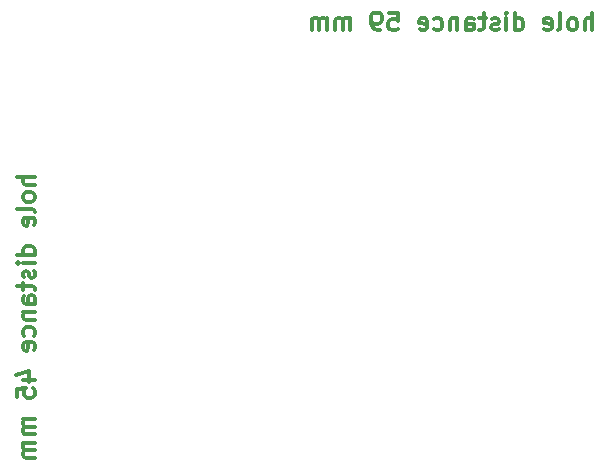
<source format=gbr>
G04 #@! TF.FileFunction,Legend,Bot*
%FSLAX46Y46*%
G04 Gerber Fmt 4.6, Leading zero omitted, Abs format (unit mm)*
G04 Created by KiCad (PCBNEW 4.0.6+dfsg1-1) date Mon Nov 13 19:33:16 2017*
%MOMM*%
%LPD*%
G01*
G04 APERTURE LIST*
%ADD10C,0.100000*%
%ADD11C,0.300000*%
G04 APERTURE END LIST*
D10*
D11*
X148317856Y-73503571D02*
X148317856Y-72003571D01*
X147674999Y-73503571D02*
X147674999Y-72717857D01*
X147746428Y-72575000D01*
X147889285Y-72503571D01*
X148103570Y-72503571D01*
X148246428Y-72575000D01*
X148317856Y-72646429D01*
X146746427Y-73503571D02*
X146889285Y-73432143D01*
X146960713Y-73360714D01*
X147032142Y-73217857D01*
X147032142Y-72789286D01*
X146960713Y-72646429D01*
X146889285Y-72575000D01*
X146746427Y-72503571D01*
X146532142Y-72503571D01*
X146389285Y-72575000D01*
X146317856Y-72646429D01*
X146246427Y-72789286D01*
X146246427Y-73217857D01*
X146317856Y-73360714D01*
X146389285Y-73432143D01*
X146532142Y-73503571D01*
X146746427Y-73503571D01*
X145389284Y-73503571D02*
X145532142Y-73432143D01*
X145603570Y-73289286D01*
X145603570Y-72003571D01*
X144246428Y-73432143D02*
X144389285Y-73503571D01*
X144674999Y-73503571D01*
X144817856Y-73432143D01*
X144889285Y-73289286D01*
X144889285Y-72717857D01*
X144817856Y-72575000D01*
X144674999Y-72503571D01*
X144389285Y-72503571D01*
X144246428Y-72575000D01*
X144174999Y-72717857D01*
X144174999Y-72860714D01*
X144889285Y-73003571D01*
X141746428Y-73503571D02*
X141746428Y-72003571D01*
X141746428Y-73432143D02*
X141889285Y-73503571D01*
X142174999Y-73503571D01*
X142317857Y-73432143D01*
X142389285Y-73360714D01*
X142460714Y-73217857D01*
X142460714Y-72789286D01*
X142389285Y-72646429D01*
X142317857Y-72575000D01*
X142174999Y-72503571D01*
X141889285Y-72503571D01*
X141746428Y-72575000D01*
X141032142Y-73503571D02*
X141032142Y-72503571D01*
X141032142Y-72003571D02*
X141103571Y-72075000D01*
X141032142Y-72146429D01*
X140960714Y-72075000D01*
X141032142Y-72003571D01*
X141032142Y-72146429D01*
X140389285Y-73432143D02*
X140246428Y-73503571D01*
X139960713Y-73503571D01*
X139817856Y-73432143D01*
X139746428Y-73289286D01*
X139746428Y-73217857D01*
X139817856Y-73075000D01*
X139960713Y-73003571D01*
X140174999Y-73003571D01*
X140317856Y-72932143D01*
X140389285Y-72789286D01*
X140389285Y-72717857D01*
X140317856Y-72575000D01*
X140174999Y-72503571D01*
X139960713Y-72503571D01*
X139817856Y-72575000D01*
X139317856Y-72503571D02*
X138746427Y-72503571D01*
X139103570Y-72003571D02*
X139103570Y-73289286D01*
X139032142Y-73432143D01*
X138889284Y-73503571D01*
X138746427Y-73503571D01*
X137603570Y-73503571D02*
X137603570Y-72717857D01*
X137674999Y-72575000D01*
X137817856Y-72503571D01*
X138103570Y-72503571D01*
X138246427Y-72575000D01*
X137603570Y-73432143D02*
X137746427Y-73503571D01*
X138103570Y-73503571D01*
X138246427Y-73432143D01*
X138317856Y-73289286D01*
X138317856Y-73146429D01*
X138246427Y-73003571D01*
X138103570Y-72932143D01*
X137746427Y-72932143D01*
X137603570Y-72860714D01*
X136889284Y-72503571D02*
X136889284Y-73503571D01*
X136889284Y-72646429D02*
X136817856Y-72575000D01*
X136674998Y-72503571D01*
X136460713Y-72503571D01*
X136317856Y-72575000D01*
X136246427Y-72717857D01*
X136246427Y-73503571D01*
X134889284Y-73432143D02*
X135032141Y-73503571D01*
X135317855Y-73503571D01*
X135460713Y-73432143D01*
X135532141Y-73360714D01*
X135603570Y-73217857D01*
X135603570Y-72789286D01*
X135532141Y-72646429D01*
X135460713Y-72575000D01*
X135317855Y-72503571D01*
X135032141Y-72503571D01*
X134889284Y-72575000D01*
X133674999Y-73432143D02*
X133817856Y-73503571D01*
X134103570Y-73503571D01*
X134246427Y-73432143D01*
X134317856Y-73289286D01*
X134317856Y-72717857D01*
X134246427Y-72575000D01*
X134103570Y-72503571D01*
X133817856Y-72503571D01*
X133674999Y-72575000D01*
X133603570Y-72717857D01*
X133603570Y-72860714D01*
X134317856Y-73003571D01*
X131103570Y-72003571D02*
X131817856Y-72003571D01*
X131889285Y-72717857D01*
X131817856Y-72646429D01*
X131674999Y-72575000D01*
X131317856Y-72575000D01*
X131174999Y-72646429D01*
X131103570Y-72717857D01*
X131032142Y-72860714D01*
X131032142Y-73217857D01*
X131103570Y-73360714D01*
X131174999Y-73432143D01*
X131317856Y-73503571D01*
X131674999Y-73503571D01*
X131817856Y-73432143D01*
X131889285Y-73360714D01*
X130317857Y-73503571D02*
X130032142Y-73503571D01*
X129889285Y-73432143D01*
X129817857Y-73360714D01*
X129674999Y-73146429D01*
X129603571Y-72860714D01*
X129603571Y-72289286D01*
X129674999Y-72146429D01*
X129746428Y-72075000D01*
X129889285Y-72003571D01*
X130174999Y-72003571D01*
X130317857Y-72075000D01*
X130389285Y-72146429D01*
X130460714Y-72289286D01*
X130460714Y-72646429D01*
X130389285Y-72789286D01*
X130317857Y-72860714D01*
X130174999Y-72932143D01*
X129889285Y-72932143D01*
X129746428Y-72860714D01*
X129674999Y-72789286D01*
X129603571Y-72646429D01*
X127817857Y-73503571D02*
X127817857Y-72503571D01*
X127817857Y-72646429D02*
X127746429Y-72575000D01*
X127603571Y-72503571D01*
X127389286Y-72503571D01*
X127246429Y-72575000D01*
X127175000Y-72717857D01*
X127175000Y-73503571D01*
X127175000Y-72717857D02*
X127103571Y-72575000D01*
X126960714Y-72503571D01*
X126746429Y-72503571D01*
X126603571Y-72575000D01*
X126532143Y-72717857D01*
X126532143Y-73503571D01*
X125817857Y-73503571D02*
X125817857Y-72503571D01*
X125817857Y-72646429D02*
X125746429Y-72575000D01*
X125603571Y-72503571D01*
X125389286Y-72503571D01*
X125246429Y-72575000D01*
X125175000Y-72717857D01*
X125175000Y-73503571D01*
X125175000Y-72717857D02*
X125103571Y-72575000D01*
X124960714Y-72503571D01*
X124746429Y-72503571D01*
X124603571Y-72575000D01*
X124532143Y-72717857D01*
X124532143Y-73503571D01*
X101103571Y-85932144D02*
X99603571Y-85932144D01*
X101103571Y-86575001D02*
X100317857Y-86575001D01*
X100175000Y-86503572D01*
X100103571Y-86360715D01*
X100103571Y-86146430D01*
X100175000Y-86003572D01*
X100246429Y-85932144D01*
X101103571Y-87503573D02*
X101032143Y-87360715D01*
X100960714Y-87289287D01*
X100817857Y-87217858D01*
X100389286Y-87217858D01*
X100246429Y-87289287D01*
X100175000Y-87360715D01*
X100103571Y-87503573D01*
X100103571Y-87717858D01*
X100175000Y-87860715D01*
X100246429Y-87932144D01*
X100389286Y-88003573D01*
X100817857Y-88003573D01*
X100960714Y-87932144D01*
X101032143Y-87860715D01*
X101103571Y-87717858D01*
X101103571Y-87503573D01*
X101103571Y-88860716D02*
X101032143Y-88717858D01*
X100889286Y-88646430D01*
X99603571Y-88646430D01*
X101032143Y-90003572D02*
X101103571Y-89860715D01*
X101103571Y-89575001D01*
X101032143Y-89432144D01*
X100889286Y-89360715D01*
X100317857Y-89360715D01*
X100175000Y-89432144D01*
X100103571Y-89575001D01*
X100103571Y-89860715D01*
X100175000Y-90003572D01*
X100317857Y-90075001D01*
X100460714Y-90075001D01*
X100603571Y-89360715D01*
X101103571Y-92503572D02*
X99603571Y-92503572D01*
X101032143Y-92503572D02*
X101103571Y-92360715D01*
X101103571Y-92075001D01*
X101032143Y-91932143D01*
X100960714Y-91860715D01*
X100817857Y-91789286D01*
X100389286Y-91789286D01*
X100246429Y-91860715D01*
X100175000Y-91932143D01*
X100103571Y-92075001D01*
X100103571Y-92360715D01*
X100175000Y-92503572D01*
X101103571Y-93217858D02*
X100103571Y-93217858D01*
X99603571Y-93217858D02*
X99675000Y-93146429D01*
X99746429Y-93217858D01*
X99675000Y-93289286D01*
X99603571Y-93217858D01*
X99746429Y-93217858D01*
X101032143Y-93860715D02*
X101103571Y-94003572D01*
X101103571Y-94289287D01*
X101032143Y-94432144D01*
X100889286Y-94503572D01*
X100817857Y-94503572D01*
X100675000Y-94432144D01*
X100603571Y-94289287D01*
X100603571Y-94075001D01*
X100532143Y-93932144D01*
X100389286Y-93860715D01*
X100317857Y-93860715D01*
X100175000Y-93932144D01*
X100103571Y-94075001D01*
X100103571Y-94289287D01*
X100175000Y-94432144D01*
X100103571Y-94932144D02*
X100103571Y-95503573D01*
X99603571Y-95146430D02*
X100889286Y-95146430D01*
X101032143Y-95217858D01*
X101103571Y-95360716D01*
X101103571Y-95503573D01*
X101103571Y-96646430D02*
X100317857Y-96646430D01*
X100175000Y-96575001D01*
X100103571Y-96432144D01*
X100103571Y-96146430D01*
X100175000Y-96003573D01*
X101032143Y-96646430D02*
X101103571Y-96503573D01*
X101103571Y-96146430D01*
X101032143Y-96003573D01*
X100889286Y-95932144D01*
X100746429Y-95932144D01*
X100603571Y-96003573D01*
X100532143Y-96146430D01*
X100532143Y-96503573D01*
X100460714Y-96646430D01*
X100103571Y-97360716D02*
X101103571Y-97360716D01*
X100246429Y-97360716D02*
X100175000Y-97432144D01*
X100103571Y-97575002D01*
X100103571Y-97789287D01*
X100175000Y-97932144D01*
X100317857Y-98003573D01*
X101103571Y-98003573D01*
X101032143Y-99360716D02*
X101103571Y-99217859D01*
X101103571Y-98932145D01*
X101032143Y-98789287D01*
X100960714Y-98717859D01*
X100817857Y-98646430D01*
X100389286Y-98646430D01*
X100246429Y-98717859D01*
X100175000Y-98789287D01*
X100103571Y-98932145D01*
X100103571Y-99217859D01*
X100175000Y-99360716D01*
X101032143Y-100575001D02*
X101103571Y-100432144D01*
X101103571Y-100146430D01*
X101032143Y-100003573D01*
X100889286Y-99932144D01*
X100317857Y-99932144D01*
X100175000Y-100003573D01*
X100103571Y-100146430D01*
X100103571Y-100432144D01*
X100175000Y-100575001D01*
X100317857Y-100646430D01*
X100460714Y-100646430D01*
X100603571Y-99932144D01*
X100103571Y-103075001D02*
X101103571Y-103075001D01*
X99532143Y-102717858D02*
X100603571Y-102360715D01*
X100603571Y-103289287D01*
X99603571Y-104575001D02*
X99603571Y-103860715D01*
X100317857Y-103789286D01*
X100246429Y-103860715D01*
X100175000Y-104003572D01*
X100175000Y-104360715D01*
X100246429Y-104503572D01*
X100317857Y-104575001D01*
X100460714Y-104646429D01*
X100817857Y-104646429D01*
X100960714Y-104575001D01*
X101032143Y-104503572D01*
X101103571Y-104360715D01*
X101103571Y-104003572D01*
X101032143Y-103860715D01*
X100960714Y-103789286D01*
X101103571Y-106432143D02*
X100103571Y-106432143D01*
X100246429Y-106432143D02*
X100175000Y-106503571D01*
X100103571Y-106646429D01*
X100103571Y-106860714D01*
X100175000Y-107003571D01*
X100317857Y-107075000D01*
X101103571Y-107075000D01*
X100317857Y-107075000D02*
X100175000Y-107146429D01*
X100103571Y-107289286D01*
X100103571Y-107503571D01*
X100175000Y-107646429D01*
X100317857Y-107717857D01*
X101103571Y-107717857D01*
X101103571Y-108432143D02*
X100103571Y-108432143D01*
X100246429Y-108432143D02*
X100175000Y-108503571D01*
X100103571Y-108646429D01*
X100103571Y-108860714D01*
X100175000Y-109003571D01*
X100317857Y-109075000D01*
X101103571Y-109075000D01*
X100317857Y-109075000D02*
X100175000Y-109146429D01*
X100103571Y-109289286D01*
X100103571Y-109503571D01*
X100175000Y-109646429D01*
X100317857Y-109717857D01*
X101103571Y-109717857D01*
M02*

</source>
